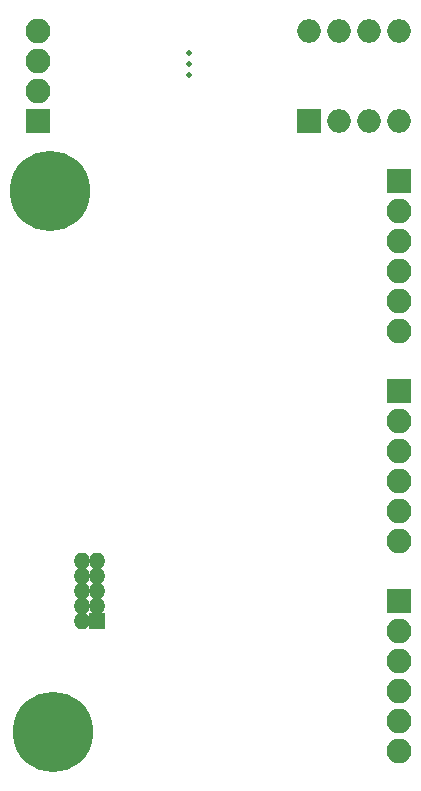
<source format=gbs>
G04 #@! TF.FileFunction,Soldermask,Bot*
%FSLAX46Y46*%
G04 Gerber Fmt 4.6, Leading zero omitted, Abs format (unit mm)*
G04 Created by KiCad (PCBNEW 4.0.7) date Saturday, May 19, 2018 'PMt' 08:47:35 PM*
%MOMM*%
%LPD*%
G01*
G04 APERTURE LIST*
%ADD10C,0.100000*%
%ADD11C,6.800000*%
%ADD12C,0.480000*%
%ADD13R,1.400000X1.400000*%
%ADD14O,1.400000X1.400000*%
%ADD15R,2.100000X2.100000*%
%ADD16O,2.100000X2.100000*%
%ADD17R,2.000000X2.000000*%
%ADD18O,2.000000X2.000000*%
G04 APERTURE END LIST*
D10*
D11*
X227200000Y-117800000D03*
D12*
X238750000Y-61250000D03*
X238750000Y-62200000D03*
X238750000Y-60300000D03*
D13*
X230990000Y-108410000D03*
D14*
X229720000Y-108410000D03*
X230990000Y-107140000D03*
X229720000Y-107140000D03*
X230990000Y-105870000D03*
X229720000Y-105870000D03*
X230990000Y-104600000D03*
X229720000Y-104600000D03*
X230990000Y-103330000D03*
X229720000Y-103330000D03*
D15*
X226000000Y-66040000D03*
D16*
X226000000Y-63500000D03*
X226000000Y-60960000D03*
X226000000Y-58420000D03*
D17*
X248920000Y-66040000D03*
D18*
X256540000Y-58420000D03*
X251460000Y-66040000D03*
X254000000Y-58420000D03*
X254000000Y-66040000D03*
X251460000Y-58420000D03*
X256540000Y-66040000D03*
X248920000Y-58420000D03*
D15*
X256540000Y-71120000D03*
D16*
X256540000Y-73660000D03*
X256540000Y-76200000D03*
X256540000Y-78740000D03*
X256540000Y-81280000D03*
X256540000Y-83820000D03*
D15*
X256540000Y-88900000D03*
D16*
X256540000Y-91440000D03*
X256540000Y-93980000D03*
X256540000Y-96520000D03*
X256540000Y-99060000D03*
X256540000Y-101600000D03*
D15*
X256540000Y-106680000D03*
D16*
X256540000Y-109220000D03*
X256540000Y-111760000D03*
X256540000Y-114300000D03*
X256540000Y-116840000D03*
X256540000Y-119380000D03*
D11*
X227000000Y-72000000D03*
M02*

</source>
